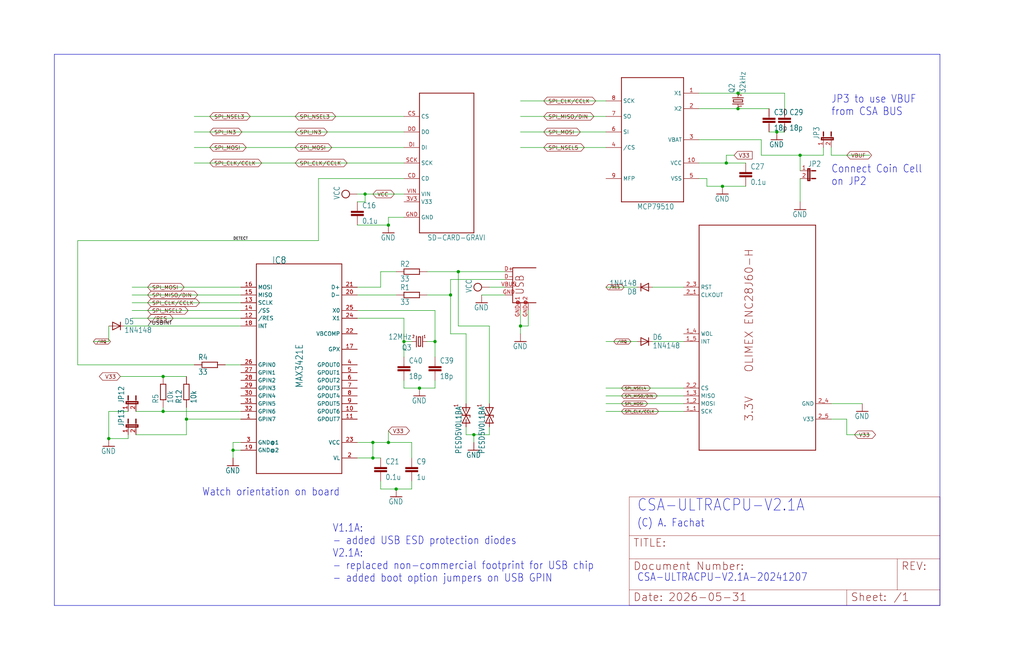
<source format=kicad_sch>
(kicad_sch (version 20231120) (generator "eeschema") (generator_version "8.0")
  (paper "User" 334.823 218.592)
  (lib_symbols
    (symbol "csa_ultracpu-eagle-import:C-EUC0603"
      (property "Reference" "C" (at 1.524 0.381 0))
      (symbol "C-EUC0603_1_0"
        (rectangle (start -2.032 -2.032) (end 2.032 -1.524) (fill (type outline)))
        (rectangle (start -2.032 -1.016) (end 2.032 -0.508) (fill (type outline)))
        (polyline (pts (xy 0 -2.54) (xy 0 -2.032)) (stroke (width 0.1524)))
        (polyline (pts (xy 0 0) (xy 0 -0.508)) (stroke (width 0.1524)))
        (pin passive line (at 0 2.54 270) (length 2.54) (name "1") (number "1"))
        (pin passive line (at 0 -5.08 90) (length 2.54) (name "2") (number "2"))
      )
    )
    (symbol "csa_ultracpu-eagle-import:CRYSTALHC49S"
      (property "Reference" "Q" (at 2.54 1.016 0))
      (symbol "CRYSTALHC49S_1_0"
        (polyline (pts (xy -2.54 0) (xy -1.016 0)) (stroke (width 0.1524)))
        (polyline (pts (xy -1.016 1.778) (xy -1.016 -1.778)) (stroke (width 0.254)))
        (polyline (pts (xy -0.381 -1.524) (xy 0.381 -1.524)) (stroke (width 0.254)))
        (polyline (pts (xy -0.381 1.524) (xy -0.381 -1.524)) (stroke (width 0.254)))
        (polyline (pts (xy 0.381 -1.524) (xy 0.381 1.524)) (stroke (width 0.254)))
        (polyline (pts (xy 0.381 1.524) (xy -0.381 1.524)) (stroke (width 0.254)))
        (polyline (pts (xy 1.016 0) (xy 2.54 0)) (stroke (width 0.1524)))
        (polyline (pts (xy 1.016 1.778) (xy 1.016 -1.778)) (stroke (width 0.254)))
        (text "1" (at -2.159 -1.143 0) (effects (font (size 0.8636 0.734)) (justify left bottom)))
        (text "2" (at 1.524 -1.143 0) (effects (font (size 0.8636 0.734)) (justify left bottom)))
        (pin passive line (at -2.54 0 0) (length 0) (name "1") (number "1"))
        (pin passive line (at 2.54 0 180) (length 0) (name "2") (number "2"))
      )
    )
    (symbol "csa_ultracpu-eagle-import:CRYSTALTC26H"
      (property "Reference" "Q" (at 2.54 1.016 0))
      (symbol "CRYSTALTC26H_1_0"
        (polyline (pts (xy -2.54 0) (xy -1.016 0)) (stroke (width 0.1524)))
        (polyline (pts (xy -1.016 1.778) (xy -1.016 -1.778)) (stroke (width 0.254)))
        (polyline (pts (xy -0.381 -1.524) (xy 0.381 -1.524)) (stroke (width 0.254)))
        (polyline (pts (xy -0.381 1.524) (xy -0.381 -1.524)) (stroke (width 0.254)))
        (polyline (pts (xy 0.381 -1.524) (xy 0.381 1.524)) (stroke (width 0.254)))
        (polyline (pts (xy 0.381 1.524) (xy -0.381 1.524)) (stroke (width 0.254)))
        (polyline (pts (xy 1.016 0) (xy 2.54 0)) (stroke (width 0.1524)))
        (polyline (pts (xy 1.016 1.778) (xy 1.016 -1.778)) (stroke (width 0.254)))
        (text "1" (at -2.159 -1.143 0) (effects (font (size 0.8636 0.734)) (justify left bottom)))
        (text "2" (at 1.524 -1.143 0) (effects (font (size 0.8636 0.734)) (justify left bottom)))
        (pin passive line (at -2.54 0 0) (length 0) (name "1") (number "1"))
        (pin passive line (at 2.54 0 180) (length 0) (name "2") (number "2"))
      )
    )
    (symbol "csa_ultracpu-eagle-import:DIODE-D-5"
      (property "Reference" "D" (at 2.54 0.4826 0))
      (symbol "DIODE-D-5_1_0"
        (polyline (pts (xy -1.27 -1.27) (xy 1.27 0)) (stroke (width 0.254)))
        (polyline (pts (xy -1.27 1.27) (xy -1.27 -1.27)) (stroke (width 0.254)))
        (polyline (pts (xy 1.27 0) (xy -1.27 1.27)) (stroke (width 0.254)))
        (polyline (pts (xy 1.27 0) (xy 1.27 -1.27)) (stroke (width 0.254)))
        (polyline (pts (xy 1.27 1.27) (xy 1.27 0)) (stroke (width 0.254)))
        (pin passive line (at -2.54 0 0) (length 2.54) (name "A") (number "A"))
        (pin passive line (at 2.54 0 180) (length 2.54) (name "C") (number "C"))
      )
    )
    (symbol "csa_ultracpu-eagle-import:DOCFIELD"
      (symbol "DOCFIELD_1_0"
        (polyline (pts (xy 0 0) (xy 0 5.08)) (stroke (width 0.1016)))
        (polyline (pts (xy 0 0) (xy 71.12 0)) (stroke (width 0.1016)))
        (polyline (pts (xy 0 5.08) (xy 0 15.24)) (stroke (width 0.1016)))
        (polyline (pts (xy 0 5.08) (xy 71.12 5.08)) (stroke (width 0.1016)))
        (polyline (pts (xy 0 15.24) (xy 0 22.86)) (stroke (width 0.1016)))
        (polyline (pts (xy 0 22.86) (xy 0 35.56)) (stroke (width 0.1016)))
        (polyline (pts (xy 0 22.86) (xy 101.6 22.86)) (stroke (width 0.1016)))
        (polyline (pts (xy 71.12 0) (xy 101.6 0)) (stroke (width 0.1016)))
        (polyline (pts (xy 71.12 5.08) (xy 71.12 0)) (stroke (width 0.1016)))
        (polyline (pts (xy 71.12 5.08) (xy 87.63 5.08)) (stroke (width 0.1016)))
        (polyline (pts (xy 87.63 5.08) (xy 101.6 5.08)) (stroke (width 0.1016)))
        (polyline (pts (xy 87.63 15.24) (xy 0 15.24)) (stroke (width 0.1016)))
        (polyline (pts (xy 87.63 15.24) (xy 87.63 5.08)) (stroke (width 0.1016)))
        (polyline (pts (xy 101.6 5.08) (xy 101.6 0)) (stroke (width 0.1016)))
        (polyline (pts (xy 101.6 15.24) (xy 87.63 15.24)) (stroke (width 0.1016)))
        (polyline (pts (xy 101.6 15.24) (xy 101.6 5.08)) (stroke (width 0.1016)))
        (polyline (pts (xy 101.6 22.86) (xy 101.6 15.24)) (stroke (width 0.1016)))
        (polyline (pts (xy 101.6 35.56) (xy 0 35.56)) (stroke (width 0.1016)))
        (polyline (pts (xy 101.6 35.56) (xy 101.6 22.86)) (stroke (width 0.1016)))
        (text "${#}/${##}" (at 86.36 1.27 0) (effects (font (size 2.54 2.54)) (justify left bottom)))
        (text "${CURRENT_DATE}" (at 12.7 1.27 0) (effects (font (size 2.54 2.54)) (justify left bottom)))
        (text "${PROJECTNAME}" (at 17.78 19.05 0) (effects (font (size 2.54 2.54)) (justify left bottom)))
        (text "Date:" (at 1.27 1.27 0) (effects (font (size 2.54 2.54)) (justify left bottom)))
        (text "Document Number:" (at 1.27 11.43 0) (effects (font (size 2.54 2.54)) (justify left bottom)))
        (text "REV:" (at 88.9 11.43 0) (effects (font (size 2.54 2.54)) (justify left bottom)))
        (text "Sheet:" (at 72.39 1.27 0) (effects (font (size 2.54 2.54)) (justify left bottom)))
        (text "TITLE:" (at 1.27 19.05 0) (effects (font (size 2.54 2.54)) (justify left bottom)))
      )
    )
    (symbol "csa_ultracpu-eagle-import:ESDBIDIR"
      (symbol "ESDBIDIR_1_0"
        (polyline (pts (xy -3.81 -1.27) (xy -1.27 0)) (stroke (width 0.254)))
        (polyline (pts (xy -3.81 1.27) (xy -3.81 -1.27)) (stroke (width 0.254)))
        (polyline (pts (xy -1.27 -1.27) (xy -1.905 -1.27)) (stroke (width 0.254)))
        (polyline (pts (xy -1.27 0) (xy -3.81 1.27)) (stroke (width 0.254)))
        (polyline (pts (xy -1.27 0) (xy -1.27 -1.27)) (stroke (width 0.254)))
        (polyline (pts (xy -1.27 0) (xy 1.27 1.27)) (stroke (width 0.254)))
        (polyline (pts (xy -1.27 1.27) (xy -1.27 0)) (stroke (width 0.254)))
        (polyline (pts (xy -0.635 1.27) (xy -1.27 1.27)) (stroke (width 0.254)))
        (polyline (pts (xy 1.27 -1.27) (xy -1.27 0)) (stroke (width 0.254)))
        (polyline (pts (xy 1.27 1.27) (xy 1.27 -1.27)) (stroke (width 0.254)))
        (text "1" (at -5.08 -2.54 0) (effects (font (size 1.27 1.0795)) (justify left bottom)))
        (pin passive line (at 2.54 0 180) (length 2.54) (name "2") (number "1"))
        (pin passive line (at -5.08 0 0) (length 2.54) (name "1") (number "2"))
      )
    )
    (symbol "csa_ultracpu-eagle-import:ETHOLIENC"
      (symbol "ETHOLIENC_1_0"
        (polyline (pts (xy -17.78 -35.56) (xy -17.78 38.1)) (stroke (width 0.254)))
        (polyline (pts (xy -17.78 38.1) (xy 20.32 38.1)) (stroke (width 0.254)))
        (polyline (pts (xy 20.32 -35.56) (xy -17.78 -35.56)) (stroke (width 0.254)))
        (polyline (pts (xy 20.32 38.1) (xy 20.32 -35.56)) (stroke (width 0.254)))
        (text "3.3V" (at 2.54 20.32 900) (effects (font (size 2.54 2.54)) (justify left bottom)))
        (text "OLIMEX ENC28J60-H" (at 2.54 -27.94 900) (effects (font (size 2.54 2.54)) (justify left bottom)))
        (pin bidirectional line (at 25.4 25.4 180) (length 5.08) (name "SCK") (number "1_1"))
        (pin bidirectional line (at 25.4 22.86 180) (length 5.08) (name "MOSI") (number "1_2"))
        (pin bidirectional line (at 25.4 20.32 180) (length 5.08) (name "MISO") (number "1_3"))
        (pin bidirectional line (at 25.4 0 180) (length 5.08) (name "WOL") (number "1_4"))
        (pin bidirectional line (at 25.4 2.54 180) (length 5.08) (name "INT") (number "1_5"))
        (pin bidirectional line (at 25.4 -12.7 180) (length 5.08) (name "CLKOUT") (number "2_1"))
        (pin bidirectional line (at 25.4 17.78 180) (length 5.08) (name "CS") (number "2_2"))
        (pin bidirectional line (at 25.4 -15.24 180) (length 5.08) (name "RST") (number "2_3"))
        (pin bidirectional line (at -22.86 22.86 0) (length 5.08) (name "GND") (number "2_4"))
        (pin bidirectional line (at -22.86 27.94 0) (length 5.08) (name "V33") (number "2_5"))
      )
    )
    (symbol "csa_ultracpu-eagle-import:GND" (power)
      (symbol "GND_1_0"
        (polyline (pts (xy -1.905 0) (xy 1.905 0)) (stroke (width 0.254)))
        (pin power_in line (at 0 2.54 270) (length 2.54) (name "GND") (number "1"))
      )
    )
    (symbol "csa_ultracpu-eagle-import:JP1E"
      (property "Reference" "JP" (at -1.27 0 90))
      (symbol "JP1E_1_0"
        (polyline (pts (xy -0.635 0) (xy 3.175 0)) (stroke (width 0.4064)))
        (polyline (pts (xy -0.635 0.635) (xy -0.635 0)) (stroke (width 0.4064)))
        (polyline (pts (xy 0 0) (xy 0 1.27)) (stroke (width 0.1524)))
        (polyline (pts (xy 0 2.54) (xy 0 1.27)) (stroke (width 0.4064)))
        (polyline (pts (xy 2.54 0) (xy 2.54 1.27)) (stroke (width 0.1524)))
        (polyline (pts (xy 2.54 2.54) (xy 2.54 1.27)) (stroke (width 0.4064)))
        (polyline (pts (xy 3.175 0) (xy 3.175 0.635)) (stroke (width 0.4064)))
        (polyline (pts (xy 3.175 0.635) (xy -0.635 0.635)) (stroke (width 0.4064)))
        (pin passive line (at 0 -2.54 90) (length 2.54) (name "1") (number "1"))
        (pin passive line (at 2.54 -2.54 90) (length 2.54) (name "2") (number "2"))
      )
    )
    (symbol "csa_ultracpu-eagle-import:MAX3421E"
      (property "Reference" "IC" (at -15.24 22.86 0))
      (symbol "MAX3421E_1_0"
        (polyline (pts (xy -20.32 -45.72) (xy -20.32 22.86)) (stroke (width 0.254)))
        (polyline (pts (xy -20.32 22.86) (xy 7.62 22.86)) (stroke (width 0.254)))
        (polyline (pts (xy 7.62 -45.72) (xy -20.32 -45.72)) (stroke (width 0.254)))
        (polyline (pts (xy 7.62 22.86) (xy 7.62 -45.72)) (stroke (width 0.254)))
        (pin input line (at -25.4 -27.94 0) (length 5.08) (name "GPIN7") (number "1"))
        (pin output line (at 12.7 -25.4 180) (length 5.08) (name "GPOUT6") (number "10"))
        (pin output line (at 12.7 -27.94 180) (length 5.08) (name "GPOUT7") (number "11"))
        (pin input line (at -25.4 5.08 0) (length 5.08) (name "/RES") (number "12"))
        (pin input line (at -25.4 10.16 0) (length 5.08) (name "SCLK") (number "13"))
        (pin input line (at -25.4 7.62 0) (length 5.08) (name "/SS") (number "14"))
        (pin output line (at -25.4 12.7 0) (length 5.08) (name "MISO") (number "15"))
        (pin input line (at -25.4 15.24 0) (length 5.08) (name "MOSI") (number "16"))
        (pin bidirectional line (at 12.7 -5.08 180) (length 5.08) (name "GPX") (number "17"))
        (pin output line (at -25.4 2.54 0) (length 5.08) (name "INT") (number "18"))
        (pin power_in line (at -25.4 -38.1 0) (length 5.08) (name "GND@2") (number "19"))
        (pin power_in line (at 12.7 -40.64 180) (length 5.08) (name "VL") (number "2"))
        (pin bidirectional line (at 12.7 12.7 180) (length 5.08) (name "D-") (number "20"))
        (pin bidirectional line (at 12.7 15.24 180) (length 5.08) (name "D+") (number "21"))
        (pin bidirectional line (at 12.7 0 180) (length 5.08) (name "VBCOMP") (number "22"))
        (pin power_in line (at 12.7 -35.56 180) (length 5.08) (name "VCC") (number "23"))
        (pin bidirectional line (at 12.7 5.08 180) (length 5.08) (name "X1") (number "24"))
        (pin bidirectional line (at 12.7 7.62 180) (length 5.08) (name "X0") (number "25"))
        (pin input line (at -25.4 -10.16 0) (length 5.08) (name "GPIN0") (number "26"))
        (pin input line (at -25.4 -12.7 0) (length 5.08) (name "GPIN1") (number "27"))
        (pin input line (at -25.4 -15.24 0) (length 5.08) (name "GPIN2") (number "28"))
        (pin input line (at -25.4 -17.78 0) (length 5.08) (name "GPIN3") (number "29"))
        (pin power_in line (at -25.4 -35.56 0) (length 5.08) (name "GND@1") (number "3"))
        (pin input line (at -25.4 -20.32 0) (length 5.08) (name "GPIN4") (number "30"))
        (pin input line (at -25.4 -22.86 0) (length 5.08) (name "GPIN5") (number "31"))
        (pin input line (at -25.4 -25.4 0) (length 5.08) (name "GPIN6") (number "32"))
        (pin output line (at 12.7 -10.16 180) (length 5.08) (name "GPOUT0") (number "4"))
        (pin output line (at 12.7 -12.7 180) (length 5.08) (name "GPOUT1") (number "5"))
        (pin output line (at 12.7 -15.24 180) (length 5.08) (name "GPOUT2") (number "6"))
        (pin output line (at 12.7 -17.78 180) (length 5.08) (name "GPOUT3") (number "7"))
        (pin output line (at 12.7 -20.32 180) (length 5.08) (name "GPOUT4") (number "8"))
        (pin output line (at 12.7 -22.86 180) (length 5.08) (name "GPOUT5") (number "9"))
      )
    )
    (symbol "csa_ultracpu-eagle-import:MCP79510"
      (symbol "MCP79510_1_0"
        (polyline (pts (xy -10.16 -22.86) (xy -10.16 17.78)) (stroke (width 0.254)))
        (polyline (pts (xy -10.16 17.78) (xy 10.16 17.78)) (stroke (width 0.254)))
        (polyline (pts (xy 10.16 -22.86) (xy -10.16 -22.86)) (stroke (width 0.254)))
        (polyline (pts (xy 10.16 17.78) (xy 10.16 -22.86)) (stroke (width 0.254)))
        (pin bidirectional line (at 15.24 12.7 180) (length 5.08) (name "X1") (number "1"))
        (pin bidirectional line (at 15.24 -10.16 180) (length 5.08) (name "VCC") (number "10"))
        (pin bidirectional line (at 15.24 7.62 180) (length 5.08) (name "X2") (number "2"))
        (pin bidirectional line (at 15.24 -2.54 180) (length 5.08) (name "VBAT") (number "3"))
        (pin bidirectional line (at -15.24 -5.08 0) (length 5.08) (name "/CS") (number "4"))
        (pin bidirectional line (at 15.24 -15.24 180) (length 5.08) (name "VSS") (number "5"))
        (pin bidirectional line (at -15.24 0 0) (length 5.08) (name "SI") (number "6"))
        (pin bidirectional line (at -15.24 5.08 0) (length 5.08) (name "SO") (number "7"))
        (pin bidirectional line (at -15.24 10.16 0) (length 5.08) (name "SCK") (number "8"))
        (pin bidirectional line (at -15.24 -15.24 0) (length 5.08) (name "MFP") (number "9"))
      )
    )
    (symbol "csa_ultracpu-eagle-import:R-EU_0204/7"
      (property "Reference" "R" (at -3.81 1.4986 0))
      (symbol "R-EU_0204/7_1_0"
        (polyline (pts (xy -2.54 -0.889) (xy -2.54 0.889)) (stroke (width 0.254)))
        (polyline (pts (xy -2.54 -0.889) (xy 2.54 -0.889)) (stroke (width 0.254)))
        (polyline (pts (xy 2.54 -0.889) (xy 2.54 0.889)) (stroke (width 0.254)))
        (polyline (pts (xy 2.54 0.889) (xy -2.54 0.889)) (stroke (width 0.254)))
        (pin passive line (at -5.08 0 0) (length 2.54) (name "1") (number "1"))
        (pin passive line (at 5.08 0 180) (length 2.54) (name "2") (number "2"))
      )
    )
    (symbol "csa_ultracpu-eagle-import:SD-CARD-GRAVI"
      (symbol "SD-CARD-GRAVI_1_0"
        (polyline (pts (xy -7.62 -22.86) (xy -7.62 22.86)) (stroke (width 0.254)))
        (polyline (pts (xy -7.62 22.86) (xy 10.16 22.86)) (stroke (width 0.254)))
        (polyline (pts (xy 10.16 -22.86) (xy -7.62 -22.86)) (stroke (width 0.254)))
        (polyline (pts (xy 10.16 22.86) (xy 10.16 -22.86)) (stroke (width 0.254)))
        (pin power_in line (at -12.7 -12.7 0) (length 5.08) (name "V33") (number "3V3"))
        (pin input line (at -12.7 -5.08 0) (length 5.08) (name "CD") (number "CD"))
        (pin bidirectional line (at -12.7 15.24 0) (length 5.08) (name "CS") (number "CS"))
        (pin input line (at -12.7 5.08 0) (length 5.08) (name "DI") (number "DI"))
        (pin bidirectional line (at -12.7 10.16 0) (length 5.08) (name "DO") (number "DO"))
        (pin power_in line (at -12.7 -17.78 0) (length 5.08) (name "GND") (number "GND"))
        (pin input line (at -12.7 0 0) (length 5.08) (name "SCK") (number "SCK"))
        (pin power_in line (at -12.7 -10.16 0) (length 5.08) (name "VIN") (number "VIN"))
      )
    )
    (symbol "csa_ultracpu-eagle-import:USB-A-H"
      (symbol "USB-A-H_1_0"
        (polyline (pts (xy 0 -2.54) (xy 7.62 -2.54)) (stroke (width 0.254)))
        (polyline (pts (xy 0 8.89) (xy 0 -2.54)) (stroke (width 0.254)))
        (polyline (pts (xy 7.62 8.89) (xy 0 8.89)) (stroke (width 0.254)))
        (text "USB" (at 3.81 0 900) (effects (font (size 2.54 2.159)) (justify left bottom)))
        (pin bidirectional line (at -2.54 7.62 0) (length 2.54) (name "D+") (number "D+"))
        (pin bidirectional line (at -2.54 5.08 0) (length 2.54) (name "D-") (number "D-"))
        (pin bidirectional line (at -2.54 0 0) (length 2.54) (name "GND") (number "GND"))
        (pin bidirectional line (at 2.54 -5.08 90) (length 2.54) (name "GND@1") (number "GND@1"))
        (pin bidirectional line (at 5.08 -5.08 90) (length 2.54) (name "GND@2") (number "GND@2"))
        (pin bidirectional line (at -2.54 2.54 0) (length 2.54) (name "VBUS") (number "VBUS"))
      )
    )
    (symbol "csa_ultracpu-eagle-import:VCC" (power)
      (symbol "VCC_1_0"
        (circle (center 0 1.27) (radius 1.27) (stroke (width 0.254)))
        (pin power_in line (at 0 -2.54 90) (length 2.54) (name "VCC") (number "1"))
      )
    )
  )
  (junction (at 241.3 35.56))
  (junction (at 127 73.66))
  (junction (at 119.38 63.5))
  (junction (at 53.34 123.19))
  (junction (at 261.62 50.8))
  (junction (at 121.92 144.78))
  (junction (at 254 43.18))
  (junction (at 127 144.78))
  (junction (at 76.2 147.32))
  (junction (at 241.3 30.48))
  (junction (at 137.16 127))
  (junction (at 170.18 106.68))
  (junction (at 60.96 137.16))
  (junction (at 53.34 134.62))
  (junction (at 121.92 149.86))
  (junction (at 132.08 111.76))
  (junction (at 129.54 160.02))
  (junction (at 236.22 60.96))
  (junction (at 154.94 142.24))
  (junction (at 142.24 111.76))
  (junction (at 147.32 96.52))
  (junction (at 149.86 88.9))
  (junction (at 237.49 53.34))
  (junction (at 35.56 143.51))
  (wire (pts (xy 78.74 99.06) (xy 43.18 99.06)) (stroke (width 0.1524)))
  (wire (pts (xy 223.52 93.98) (xy 213.36 93.98)) (stroke (width 0.1524)))
  (wire (pts (xy 223.52 127) (xy 198.12 127)) (stroke (width 0.1524)))
  (wire (pts (xy 228.6 30.48) (xy 241.3 30.48)) (stroke (width 0.1524)))
  (wire (pts (xy 160.02 142.24) (xy 160.02 139.7)) (stroke (width 0.1524)))
  (wire (pts (xy 41.91 143.51) (xy 41.91 142.24)))
  (wire (pts (xy 116.84 96.52) (xy 129.54 96.52)) (stroke (width 0.1524)))
  (wire (pts (xy 127 144.78) (xy 134.62 144.78)) (stroke (width 0.1524)))
  (wire (pts (xy 261.62 55.88) (xy 261.62 50.8)) (stroke (width 0.1524)))
  (wire (pts (xy 124.46 88.9) (xy 129.54 88.9)) (stroke (width 0.1524)))
  (wire (pts (xy 116.84 144.78) (xy 121.92 144.78)) (stroke (width 0.1524)))
  (wire (pts (xy 137.16 127) (xy 142.24 127)) (stroke (width 0.1524)))
  (wire (pts (xy 223.52 134.62) (xy 198.12 134.62)) (stroke (width 0.1524)))
  (wire (pts (xy 236.22 60.96) (xy 243.84 60.96)) (stroke (width 0.1524)))
  (wire (pts (xy 35.56 134.62) (xy 35.56 143.51)))
  (polyline (pts (xy 17.78 17.78) (xy 17.78 198.12)) (stroke (width 0.1524) (type solid)))
  (wire (pts (xy 121.92 149.86) (xy 121.92 144.78)) (stroke (width 0.1524)))
  (wire (pts (xy 237.49 50.8) (xy 237.49 53.34)))
  (wire (pts (xy 228.6 53.34) (xy 237.49 53.34)) (stroke (width 0.1524)))
  (wire (pts (xy 256.54 30.48) (xy 256.54 35.56)) (stroke (width 0.1524)))
  (wire (pts (xy 170.18 109.22) (xy 170.18 106.68)) (stroke (width 0.1524)))
  (wire (pts (xy 78.74 96.52) (xy 43.18 96.52)) (stroke (width 0.1524)))
  (wire (pts (xy 41.91 134.62) (xy 35.56 134.62)))
  (wire (pts (xy 132.08 63.5) (xy 119.38 63.5)) (stroke (width 0.1524)))
  (wire (pts (xy 198.12 33.02) (xy 170.18 33.02)) (stroke (width 0.1524)))
  (wire (pts (xy 63.5 119.38) (xy 25.4 119.38)) (stroke (width 0.1524)))
  (wire (pts (xy 271.78 132.08) (xy 281.94 132.08)) (stroke (width 0.1524)))
  (wire (pts (xy 53.34 134.62) (xy 78.74 134.62)))
  (wire (pts (xy 142.24 127) (xy 142.24 124.46)) (stroke (width 0.1524)))
  (wire (pts (xy 208.28 111.76) (xy 198.12 111.76)) (stroke (width 0.1524)))
  (polyline (pts (xy 307.34 198.12) (xy 307.34 17.78)) (stroke (width 0.1524) (type solid)))
  (wire (pts (xy 127 73.66) (xy 116.84 73.66)) (stroke (width 0.1524)))
  (wire (pts (xy 39.37 123.19) (xy 53.34 123.19)))
  (wire (pts (xy 231.14 60.96) (xy 236.22 60.96)) (stroke (width 0.1524)))
  (wire (pts (xy 254 43.18) (xy 256.54 43.18)) (stroke (width 0.1524)))
  (wire (pts (xy 116.84 104.14) (xy 132.08 104.14)) (stroke (width 0.1524)))
  (wire (pts (xy 134.62 144.78) (xy 134.62 149.86)) (stroke (width 0.1524)))
  (wire (pts (xy 132.08 43.18) (xy 63.5 43.18)) (stroke (width 0.1524)))
  (wire (pts (xy 132.08 38.1) (xy 63.5 38.1)) (stroke (width 0.1524)))
  (wire (pts (xy 170.18 106.68) (xy 170.18 101.6)) (stroke (width 0.1524)))
  (wire (pts (xy 35.56 111.76) (xy 30.48 111.76)) (stroke (width 0.1524)))
  (wire (pts (xy 142.24 111.76) (xy 142.24 116.84)) (stroke (width 0.1524)))
  (wire (pts (xy 154.94 142.24) (xy 160.02 142.24)) (stroke (width 0.1524)))
  (wire (pts (xy 152.4 142.24) (xy 152.4 139.7)) (stroke (width 0.1524)))
  (wire (pts (xy 228.6 45.72) (xy 248.92 45.72)) (stroke (width 0.1524)))
  (wire (pts (xy 60.96 137.16) (xy 78.74 137.16)))
  (wire (pts (xy 160.02 132.08) (xy 160.02 106.68)) (stroke (width 0.1524)))
  (wire (pts (xy 44.45 142.24) (xy 60.96 142.24)))
  (wire (pts (xy 172.72 106.68) (xy 170.18 106.68)) (stroke (width 0.1524)))
  (wire (pts (xy 271.78 137.16) (xy 276.86 137.16)) (stroke (width 0.1524)))
  (wire (pts (xy 284.48 50.8) (xy 271.78 50.8)) (stroke (width 0.1524)))
  (wire (pts (xy 261.62 66.04) (xy 261.62 58.42)) (stroke (width 0.1524)))
  (wire (pts (xy 53.34 134.62) (xy 53.34 133.35)))
  (wire (pts (xy 124.46 93.98) (xy 124.46 88.9)) (stroke (width 0.1524)))
  (polyline (pts (xy 17.78 198.12) (xy 307.34 198.12)) (stroke (width 0.1524) (type solid)))
  (wire (pts (xy 149.86 106.68) (xy 149.86 88.9)) (stroke (width 0.1524)))
  (polyline (pts (xy 307.34 17.78) (xy 17.78 17.78)) (stroke (width 0.1524) (type solid)))
  (wire (pts (xy 25.4 78.74) (xy 104.14 78.74)) (stroke (width 0.1524)))
  (wire (pts (xy 240.03 50.8) (xy 237.49 50.8)))
  (wire (pts (xy 251.46 43.18) (xy 254 43.18)) (stroke (width 0.1524)))
  (wire (pts (xy 152.4 132.08) (xy 152.4 109.22)) (stroke (width 0.1524)))
  (wire (pts (xy 78.74 106.68) (xy 40.64 106.68)) (stroke (width 0.1524)))
  (wire (pts (xy 60.96 137.16) (xy 60.96 133.35)))
  (wire (pts (xy 121.92 144.78) (xy 127 144.78)) (stroke (width 0.1524)))
  (wire (pts (xy 276.86 142.24) (xy 284.48 142.24)) (stroke (width 0.1524)))
  (wire (pts (xy 60.96 142.24) (xy 60.96 137.16)))
  (wire (pts (xy 124.46 157.48) (xy 124.46 160.02)) (stroke (width 0.1524)))
  (wire (pts (xy 127 140.97) (xy 127 144.78)) (stroke (width 0.1524)))
  (wire (pts (xy 124.46 160.02) (xy 129.54 160.02)) (stroke (width 0.1524)))
  (wire (pts (xy 223.52 129.54) (xy 198.12 129.54)) (stroke (width 0.1524)))
  (wire (pts (xy 104.14 58.42) (xy 104.14 78.74)) (stroke (width 0.1524)))
  (wire (pts (xy 198.12 48.26) (xy 170.18 48.26)) (stroke (width 0.1524)))
  (wire (pts (xy 160.02 93.98) (xy 165.1 93.98)) (stroke (width 0.1524)))
  (wire (pts (xy 165.1 96.52) (xy 157.48 96.52)) (stroke (width 0.1524)))
  (wire (pts (xy 208.28 93.98) (xy 198.12 93.98)) (stroke (width 0.1524)))
  (wire (pts (xy 154.94 142.24) (xy 152.4 142.24)) (stroke (width 0.1524)))
  (wire (pts (xy 132.08 111.76) (xy 132.08 104.14)) (stroke (width 0.1524)))
  (wire (pts (xy 132.08 124.46) (xy 132.08 127)) (stroke (width 0.1524)))
  (wire (pts (xy 35.56 143.51) (xy 41.91 143.51)))
  (wire (pts (xy 271.78 48.26) (xy 271.78 50.8)) (stroke (width 0.1524)))
  (wire (pts (xy 241.3 35.56) (xy 251.46 35.56)) (stroke (width 0.1524)))
  (wire (pts (xy 248.92 45.72) (xy 248.92 50.8)) (stroke (width 0.1524)))
  (wire (pts (xy 78.74 101.6) (xy 43.18 101.6)) (stroke (width 0.1524)))
  (wire (pts (xy 119.38 66.04) (xy 119.38 63.5)) (stroke (width 0.1524)))
  (wire (pts (xy 228.6 35.56) (xy 241.3 35.56)) (stroke (width 0.1524)))
  (wire (pts (xy 198.12 38.1) (xy 170.18 38.1)) (stroke (width 0.1524)))
  (wire (pts (xy 25.4 119.38) (xy 25.4 78.74)) (stroke (width 0.1524)))
  (wire (pts (xy 139.7 88.9) (xy 149.86 88.9)) (stroke (width 0.1524)))
  (wire (pts (xy 198.12 43.18) (xy 170.18 43.18)) (stroke (width 0.1524)))
  (wire (pts (xy 147.32 96.52) (xy 147.32 91.44)) (stroke (width 0.1524)))
  (wire (pts (xy 237.49 53.34) (xy 243.84 53.34)) (stroke (width 0.1524)))
  (wire (pts (xy 147.32 91.44) (xy 165.1 91.44)) (stroke (width 0.1524)))
  (wire (pts (xy 76.2 144.78) (xy 76.2 147.32)) (stroke (width 0.1524)))
  (wire (pts (xy 139.7 96.52) (xy 147.32 96.52)) (stroke (width 0.1524)))
  (wire (pts (xy 127 71.12) (xy 127 73.66)) (stroke (width 0.1524)))
  (wire (pts (xy 276.86 137.16) (xy 276.86 142.24)) (stroke (width 0.1524)))
  (wire (pts (xy 76.2 147.32) (xy 76.2 149.86)) (stroke (width 0.1524)))
  (wire (pts (xy 154.94 144.78) (xy 154.94 142.24)) (stroke (width 0.1524)))
  (wire (pts (xy 132.08 127) (xy 137.16 127)) (stroke (width 0.1524)))
  (wire (pts (xy 172.72 101.6) (xy 172.72 106.68)) (stroke (width 0.1524)))
  (wire (pts (xy 241.3 30.48) (xy 256.54 30.48)) (stroke (width 0.1524)))
  (wire (pts (xy 121.92 149.86) (xy 124.46 149.86)) (stroke (width 0.1524)))
  (wire (pts (xy 119.38 63.5) (xy 116.84 63.5)) (stroke (width 0.1524)))
  (wire (pts (xy 116.84 93.98) (xy 124.46 93.98)) (stroke (width 0.1524)))
  (wire (pts (xy 78.74 93.98) (xy 43.18 93.98)) (stroke (width 0.1524)))
  (wire (pts (xy 44.45 134.62) (xy 53.34 134.62)))
  (wire (pts (xy 269.24 50.8) (xy 269.24 48.26)) (stroke (width 0.1524)))
  (wire (pts (xy 149.86 88.9) (xy 165.1 88.9)) (stroke (width 0.1524)))
  (wire (pts (xy 132.08 48.26) (xy 63.5 48.26)) (stroke (width 0.1524)))
  (wire (pts (xy 152.4 109.22) (xy 147.32 109.22)) (stroke (width 0.1524)))
  (wire (pts (xy 116.84 66.04) (xy 119.38 66.04)) (stroke (width 0.1524)))
  (wire (pts (xy 134.62 111.76) (xy 132.08 111.76)) (stroke (width 0.1524)))
  (wire (pts (xy 223.52 132.08) (xy 198.12 132.08)) (stroke (width 0.1524)))
  (wire (pts (xy 78.74 144.78) (xy 76.2 144.78)) (stroke (width 0.1524)))
  (wire (pts (xy 160.02 106.68) (xy 149.86 106.68)) (stroke (width 0.1524)))
  (wire (pts (xy 134.62 160.02) (xy 134.62 157.48)) (stroke (width 0.1524)))
  (wire (pts (xy 78.74 147.32) (xy 76.2 147.32)) (stroke (width 0.1524)))
  (wire (pts (xy 223.52 111.76) (xy 213.36 111.76)) (stroke (width 0.1524)))
  (wire (pts (xy 261.62 50.8) (xy 269.24 50.8)) (stroke (width 0.1524)))
  (wire (pts (xy 132.08 53.34) (xy 63.5 53.34)) (stroke (width 0.1524)))
  (wire (pts (xy 116.84 149.86) (xy 121.92 149.86)) (stroke (width 0.1524)))
  (wire (pts (xy 53.34 123.19) (xy 60.96 123.19)))
  (wire (pts (xy 116.84 101.6) (xy 142.24 101.6)) (stroke (width 0.1524)))
  (wire (pts (xy 78.74 119.38) (xy 73.66 119.38)) (stroke (width 0.1524)))
  (wire (pts (xy 132.08 111.76) (xy 132.08 116.84)) (stroke (width 0.1524)))
  (wire (pts (xy 228.6 58.42) (xy 231.14 58.42)) (stroke (width 0.1524)))
  (wire (pts (xy 231.14 58.42) (xy 231.14 60.96)) (stroke (width 0.1524)))
  (wire (pts (xy 78.74 104.14) (xy 43.18 104.14)) (stroke (width 0.1524)))
  (wire (pts (xy 129.54 160.02) (xy 134.62 160.02)) (stroke (width 0.1524)))
  (wire (pts (xy 132.08 71.12) (xy 127 71.12)) (stroke (width 0.1524)))
  (wire (pts (xy 35.56 111.76) (xy 35.56 106.68)) (stroke (width 0.1524)))
  (wire (pts (xy 142.24 101.6) (xy 142.24 111.76)) (stroke (width 0.1524)))
  (wire (pts (xy 139.7 111.76) (xy 142.24 111.76)) (stroke (width 0.1524)))
  (wire (pts (xy 147.32 109.22) (xy 147.32 96.52)) (stroke (width 0.1524)))
  (wire (pts (xy 132.08 58.42) (xy 104.14 58.42)) (stroke (width 0.1524)))
  (wire (pts (xy 248.92 50.8) (xy 261.62 50.8)) (stroke (width 0.1524)))
  (text "CSA-ULTRACPU-V2.1A" (at 208.28 167.64 0) (effects (font (size 3.81 3.2385)) (justify left bottom)))
  (text "V1.1A:\n- added USB ESD protection diodes\nV2.1A:\n- replaced non-commercial footprint for USB chip\n- added boot option jumpers on USB GPIN" (at 108.712 190.754 0) (effects (font (size 2.54 2.159)) (justify left bottom)))
  (text "CSA-ULTRACPU-V2.1A-20241207" (at 208.28 190.5 0) (effects (font (size 2.54 2.159)) (justify left bottom)))
  (text "(C) A. Fachat" (at 208.28 172.72 0) (effects (font (size 2.54 2.159)) (justify left bottom)))
  (text "Connect Coin Cell\non JP2" (at 271.78 60.96 0) (effects (font (size 2.54 2.159)) (justify left bottom)))
  (text "Watch orientation on board~{}" (at 66.04 162.56 0) (effects (font (size 2.54 2.159)) (justify left bottom)))
  (text "JP3 to use VBUF\nfrom CSA BUS" (at 271.78 38.1 0) (effects (font (size 2.54 2.159)) (justify left bottom)))
  (label "/USBINT" (at 48.26 106.68 0) (effects (font (size 1.2446 1.2446))))
  (label "DETECT" (at 76.2 78.74 0) (effects (font (size 0.889 0.889))))
  (global_label "SPI_MOSI" (shape bidirectional) (at 177.8 43.18 0) (effects (font (size 1.2446 1.2446))) (property "Intersheetrefs" "${INTERSHEET_REFS}" (effects (hide yes))))
  (global_label "SPI_NSEL5" (shape bidirectional) (at 177.8 48.26 0) (effects (font (size 1.2446 1.2446))) (property "Intersheetrefs" "${INTERSHEET_REFS}" (effects (hide yes))))
  (global_label "V33" (shape input) (at 240.03 50.8 0) (property "Intersheetrefs" "${INTERSHEET_REFS}" (effects (hide yes))))
  (global_label "VBUF" (shape bidirectional) (at 276.86 50.8 0) (effects (font (size 1.2446 1.2446))) (property "Intersheetrefs" "${INTERSHEET_REFS}" (effects (hide yes))))
  (global_label "SPI_CLK/CCLK" (shape bidirectional) (at 48.26 99.06 0) (effects (font (size 1.2446 1.2446))) (property "Intersheetrefs" "${INTERSHEET_REFS}" (effects (hide yes))))
  (global_label "SPI_MISO/DIN" (shape bidirectional) (at 177.8 38.1 0) (effects (font (size 1.2446 1.2446))) (property "Intersheetrefs" "${INTERSHEET_REFS}" (effects (hide yes))))
  (global_label "SPI_MOSI" (shape bidirectional) (at 48.26 93.98 0) (effects (font (size 1.2446 1.2446))) (property "Intersheetrefs" "${INTERSHEET_REFS}" (effects (hide yes))))
  (global_label "SPI_MISO/DIN" (shape bidirectional) (at 203.2 129.54 0) (effects (font (size 0.889 0.889))) (property "Intersheetrefs" "${INTERSHEET_REFS}" (effects (hide yes))))
  (global_label "SPI_CLK/CCLK" (shape bidirectional) (at 177.8 33.02 0) (effects (font (size 1.2446 1.2446))) (property "Intersheetrefs" "${INTERSHEET_REFS}" (effects (hide yes))))
  (global_label "V33" (shape bidirectional) (at 279.4 142.24 0) (effects (font (size 1.2446 1.2446))) (property "Intersheetrefs" "${INTERSHEET_REFS}" (effects (hide yes))))
  (global_label "V33" (shape bidirectional) (at 39.37 123.19 180) (effects (font (size 1.2446 1.2446))) (property "Intersheetrefs" "${INTERSHEET_REFS}" (effects (hide yes))))
  (global_label "/IRQ" (shape bidirectional) (at 30.48 111.76 0) (effects (font (size 0.889 0.889))) (property "Intersheetrefs" "${INTERSHEET_REFS}" (effects (hide yes))))
  (global_label "/RES" (shape bidirectional) (at 198.12 93.98 0) (effects (font (size 0.889 0.889))) (property "Intersheetrefs" "${INTERSHEET_REFS}" (effects (hide yes))))
  (global_label "SPI_CLK/CCLK" (shape bidirectional) (at 68.58 53.34 0) (effects (font (size 1.2446 1.2446))) (property "Intersheetrefs" "${INTERSHEET_REFS}" (effects (hide yes))))
  (global_label "SPI_MOSI" (shape bidirectional) (at 68.58 48.26 0) (effects (font (size 1.2446 1.2446))) (property "Intersheetrefs" "${INTERSHEET_REFS}" (effects (hide yes))))
  (global_label "VCC" (shape bidirectional) (at 121.92 63.5 0) (effects (font (size 1.2446 1.2446))) (property "Intersheetrefs" "${INTERSHEET_REFS}" (effects (hide yes))))
  (global_label "SPI_NSEL3" (shape bidirectional) (at 96.52 38.1 0) (effects (font (size 1.2446 1.2446))) (property "Intersheetrefs" "${INTERSHEET_REFS}" (effects (hide yes))))
  (global_label "SPI_NSEL4" (shape bidirectional) (at 203.2 127 0) (effects (font (size 0.889 0.889))) (property "Intersheetrefs" "${INTERSHEET_REFS}" (effects (hide yes))))
  (global_label "SPI_NSEL3" (shape bidirectional) (at 68.58 38.1 0) (effects (font (size 1.2446 1.2446))) (property "Intersheetrefs" "${INTERSHEET_REFS}" (effects (hide yes))))
  (global_label "SPI_IN3" (shape bidirectional) (at 96.52 43.18 0) (effects (font (size 1.2446 1.2446))) (property "Intersheetrefs" "${INTERSHEET_REFS}" (effects (hide yes))))
  (global_label "SPI_MOSI" (shape bidirectional) (at 96.52 48.26 0) (effects (font (size 1.2446 1.2446))) (property "Intersheetrefs" "${INTERSHEET_REFS}" (effects (hide yes))))
  (global_label "/IRQ" (shape bidirectional) (at 200.66 111.76 0) (effects (font (size 0.889 0.889))) (property "Intersheetrefs" "${INTERSHEET_REFS}" (effects (hide yes))))
  (global_label "SPI_IN3" (shape bidirectional) (at 68.58 43.18 0) (effects (font (size 1.2446 1.2446))) (property "Intersheetrefs" "${INTERSHEET_REFS}" (effects (hide yes))))
  (global_label "SPI_NSEL2" (shape bidirectional) (at 48.26 101.6 0) (effects (font (size 1.2446 1.2446))) (property "Intersheetrefs" "${INTERSHEET_REFS}" (effects (hide yes))))
  (global_label "SPI_MOSI" (shape bidirectional) (at 203.2 132.08 0) (effects (font (size 0.889 0.889))) (property "Intersheetrefs" "${INTERSHEET_REFS}" (effects (hide yes))))
  (global_label "SPI_CLK/CCLK" (shape bidirectional) (at 203.2 134.62 0) (effects (font (size 0.889 0.889))) (property "Intersheetrefs" "${INTERSHEET_REFS}" (effects (hide yes))))
  (global_label "SPI_CLK/CCLK" (shape bidirectional) (at 96.52 53.34 0) (effects (font (size 1.2446 1.2446))) (property "Intersheetrefs" "${INTERSHEET_REFS}" (effects (hide yes))))
  (global_label "SPI_MISO/DIN" (shape bidirectional) (at 48.26 96.52 0) (effects (font (size 1.2446 1.2446))) (property "Intersheetrefs" "${INTERSHEET_REFS}" (effects (hide yes))))
  (global_label "V33" (shape bidirectional) (at 127 140.97 0) (effects (font (size 1.2446 1.2446))) (property "Intersheetrefs" "${INTERSHEET_REFS}" (effects (hide yes))))
  (global_label "/RES" (shape bidirectional) (at 48.26 104.14 0) (effects (font (size 1.2446 1.2446))) (property "Intersheetrefs" "${INTERSHEET_REFS}" (effects (hide yes))))
  (symbol (lib_id "csa_ultracpu-eagle-import:MCP79510") (at 213.36 43.18 0) (unit 1)
    (property "Reference" "U$13" (effects (hide yes)))
    (property "Value" "MCP79510" (at 208.28 68.58 0) (effects (font (size 1.778 1.5113)) (justify left bottom)))
    (property "Footprint" "csa_ultracpu:MSOP10" (effects (hide yes)))
  )
  (symbol (lib_id "csa_ultracpu-eagle-import:C-EUC0603") (at 142.24 119.38 0) (unit 1)
    (property "Reference" "C39" (at 143.764 118.999 0) (effects (font (size 1.778 1.5113)) (justify left bottom)))
    (property "Value" "18p" (at 143.764 124.079 0) (effects (font (size 1.778 1.5113)) (justify left bottom)))
    (property "Footprint" "csa_ultracpu:C0603" (effects (hide yes)))
  )
  (symbol (lib_id "csa_ultracpu-eagle-import:C-EUC0603") (at 256.54 38.1 0) (unit 1)
    (property "Reference" "C29" (at 258.064 37.719 0) (effects (font (size 1.778 1.5113)) (justify left bottom)))
    (property "Value" "18p" (at 258.064 42.799 0) (effects (font (size 1.778 1.5113)) (justify left bottom)))
    (property "Footprint" "csa_ultracpu:C0603" (effects (hide yes)))
  )
  (symbol (lib_id "csa_ultracpu-eagle-import:R-EU_0204/7") (at 134.62 88.9 0) (unit 1)
    (property "Reference" "R2" (at 130.81 87.4014 0) (effects (font (size 1.778 1.5113)) (justify left bottom)))
    (property "Value" "33" (at 130.81 92.202 0) (effects (font (size 1.778 1.5113)) (justify left bottom)))
    (property "Footprint" "Resistor_SMD:R_0805_2012Metric_Pad1.20x1.40mm_HandSolder" (effects (hide yes)))
  )
  (symbol (lib_id "csa_ultracpu-eagle-import:C-EUC0603") (at 243.84 55.88 0) (unit 1)
    (property "Reference" "C27" (at 245.364 55.499 0) (effects (font (size 1.778 1.5113)) (justify left bottom)))
    (property "Value" "0.1u" (at 245.364 60.579 0) (effects (font (size 1.778 1.5113)) (justify left bottom)))
    (property "Footprint" "csa_ultracpu:C0603" (effects (hide yes)))
  )
  (symbol (lib_id "csa_ultracpu-eagle-import:GND") (at 254 45.72 0) (unit 1)
    (property "Reference" "#GND044" (effects (hide yes)))
    (property "Value" "GND" (at 251.46 48.26 0) (effects (font (size 1.778 1.5113)) (justify left bottom)))
  )
  (symbol (lib_id "csa_ultracpu-eagle-import:SD-CARD-GRAVI") (at 144.78 53.34 0) (unit 1)
    (property "Reference" "U$12" (effects (hide yes)))
    (property "Value" "SD-CARD-GRAVI" (at 139.7 78.74 0) (effects (font (size 1.778 1.5113)) (justify left bottom)))
    (property "Footprint" "csa_ultracpu:GRAVITECH-SDCARD" (effects (hide yes)))
  )
  (symbol (lib_id "csa_ultracpu-eagle-import:C-EUC0603") (at 132.08 119.38 0) (unit 1)
    (property "Reference" "C40" (at 133.604 118.999 0) (effects (font (size 1.778 1.5113)) (justify left bottom)))
    (property "Value" "18p" (at 133.604 124.079 0) (effects (font (size 1.778 1.5113)) (justify left bottom)))
    (property "Footprint" "csa_ultracpu:C0603" (effects (hide yes)))
  )
  (symbol (lib_id "csa_ultracpu-eagle-import:JP1E") (at 41.91 132.08 0) (unit 1)
    (property "Reference" "JP12" (at 40.64 132.08 90) (effects (font (size 1.778 1.5113)) (justify left bottom)))
    (property "Value" "JP1E" (effects (hide yes)))
    (property "Footprint" "csa_ultracpu:JP1" (effects (hide yes)))
  )
  (symbol (lib_id "csa_ultracpu-eagle-import:C-EUC0603") (at 134.62 152.4 0) (unit 1)
    (property "Reference" "C9" (at 136.144 152.019 0) (effects (font (size 1.778 1.5113)) (justify left bottom)))
    (property "Value" "1u" (at 136.144 157.099 0) (effects (font (size 1.778 1.5113)) (justify left bottom)))
    (property "Footprint" "csa_ultracpu:C0603" (effects (hide yes)))
  )
  (symbol (lib_id "csa_ultracpu-eagle-import:JP1E") (at 269.24 45.72 0) (unit 1)
    (property "Reference" "JP3" (at 267.97 45.72 90) (effects (font (size 1.778 1.5113)) (justify left bottom)))
    (property "Value" "JP1E" (effects (hide yes)))
    (property "Footprint" "csa_ultracpu:JP1" (effects (hide yes)))
  )
  (symbol (lib_id "csa_ultracpu-eagle-import:GND") (at 137.16 129.54 0) (unit 1)
    (property "Reference" "#GND023" (effects (hide yes)))
    (property "Value" "GND" (at 134.62 132.08 0) (effects (font (size 1.778 1.5113)) (justify left bottom)))
  )
  (symbol (lib_id "csa_ultracpu-eagle-import:USB-A-H") (at 167.64 96.52 0) (unit 1)
    (property "Reference" "USB1" (effects (hide yes)))
    (property "Value" "USB-A-H" (effects (hide yes)))
    (property "Footprint" "csa_ultracpu:USB-A-H" (effects (hide yes)))
  )
  (symbol (lib_id "csa_ultracpu-eagle-import:R-EU_0204/7") (at 68.58 119.38 0) (unit 1)
    (property "Reference" "R4" (at 64.77 117.8814 0) (effects (font (size 1.778 1.5113)) (justify left bottom)))
    (property "Value" "33" (at 64.77 122.682 0) (effects (font (size 1.778 1.5113)) (justify left bottom)))
    (property "Footprint" "Resistor_SMD:R_0805_2012Metric_Pad1.20x1.40mm_HandSolder" (effects (hide yes)))
  )
  (symbol (lib_id "csa_ultracpu-eagle-import:VCC") (at 114.3 63.5 90) (unit 1)
    (property "Reference" "#SUPPLY05" (effects (hide yes)))
    (property "Value" "VCC" (at 111.125 65.405 0) (effects (font (size 1.778 1.5113)) (justify left bottom)))
  )
  (symbol (lib_id "csa_ultracpu-eagle-import:ESDBIDIR") (at 152.4 137.16 270) (unit 1)
    (property "Reference" "U$15" (effects (hide yes)))
    (property "Value" "PESD5V0L1BA" (at 148.971 132.842 0) (effects (font (size 1.778 1.5113)) (justify left bottom)))
    (property "Footprint" "csa_ultracpu:SOD323" (effects (hide yes)))
  )
  (symbol (lib_id "csa_ultracpu-eagle-import:C-EUC0603") (at 116.84 68.58 0) (unit 1)
    (property "Reference" "C16" (at 118.364 68.199 0) (effects (font (size 1.778 1.5113)) (justify left bottom)))
    (property "Value" "0.1u" (at 118.364 73.279 0) (effects (font (size 1.778 1.5113)) (justify left bottom)))
    (property "Footprint" "csa_ultracpu:C0603" (effects (hide yes)))
  )
  (symbol (lib_id "csa_ultracpu-eagle-import:GND") (at 261.62 68.58 0) (unit 1)
    (property "Reference" "#GND045" (effects (hide yes)))
    (property "Value" "GND" (at 259.08 71.12 0) (effects (font (size 1.778 1.5113)) (justify left bottom)))
  )
  (symbol (lib_id "csa_ultracpu-eagle-import:C-EUC0603") (at 124.46 152.4 0) (unit 1)
    (property "Reference" "C21" (at 125.984 152.019 0) (effects (font (size 1.778 1.5113)) (justify left bottom)))
    (property "Value" "0.1u" (at 125.984 157.099 0) (effects (font (size 1.778 1.5113)) (justify left bottom)))
    (property "Footprint" "csa_ultracpu:C0603" (effects (hide yes)))
  )
  (symbol (lib_id "csa_ultracpu-eagle-import:R-EU_0204/7") (at 134.62 96.52 0) (unit 1)
    (property "Reference" "R1" (at 130.81 95.0214 0) (effects (font (size 1.778 1.5113)) (justify left bottom)))
    (property "Value" "33" (at 130.81 99.822 0) (effects (font (size 1.778 1.5113)) (justify left bottom)))
    (property "Footprint" "Resistor_SMD:R_0805_2012Metric_Pad1.20x1.40mm_HandSolder" (effects (hide yes)))
  )
  (symbol (lib_id "csa_ultracpu-eagle-import:GND") (at 157.48 99.06 0) (unit 1)
    (property "Reference" "#GND033" (effects (hide yes)))
    (property "Value" "GND" (at 154.94 101.6 0) (effects (font (size 1.778 1.5113)) (justify left bottom)))
  )
  (symbol (lib_id "csa_ultracpu-eagle-import:JP1E") (at 41.91 139.7 0) (unit 1)
    (property "Reference" "JP13" (at 40.64 139.7 90) (effects (font (size 1.778 1.5113)) (justify left bottom)))
    (property "Value" "JP1E" (effects (hide yes)))
    (property "Footprint" "csa_ultracpu:JP1" (effects (hide yes)))
  )
  (symbol (lib_id "csa_ultracpu-eagle-import:VCC") (at 157.48 93.98 90) (unit 1)
    (property "Reference" "#SUPPLY03" (effects (hide yes)))
    (property "Value" "VCC" (at 154.305 95.885 0) (effects (font (size 1.778 1.5113)) (justify left bottom)))
  )
  (symbol (lib_id "csa_ultracpu-eagle-import:GND") (at 154.94 147.32 0) (unit 1)
    (property "Reference" "#GND038" (effects (hide yes)))
    (property "Value" "GND" (at 152.4 149.86 0) (effects (font (size 1.778 1.5113)) (justify left bottom)))
  )
  (symbol (lib_id "csa_ultracpu-eagle-import:ESDBIDIR") (at 160.02 137.16 270) (unit 1)
    (property "Reference" "U$14" (effects (hide yes)))
    (property "Value" "PESD5V0L1BA" (at 156.591 132.842 0) (effects (font (size 1.778 1.5113)) (justify left bottom)))
    (property "Footprint" "csa_ultracpu:SOD323" (effects (hide yes)))
  )
  (symbol (lib_id "csa_ultracpu-eagle-import:GND") (at 170.18 111.76 0) (unit 1)
    (property "Reference" "#GND034" (effects (hide yes)))
    (property "Value" "GND" (at 167.64 114.3 0) (effects (font (size 1.778 1.5113)) (justify left bottom)))
  )
  (symbol (lib_id "csa_ultracpu-eagle-import:C-EUC0603") (at 251.46 38.1 0) (unit 1)
    (property "Reference" "C30" (at 252.984 37.719 0) (effects (font (size 1.778 1.5113)) (justify left bottom)))
    (property "Value" "18p" (at 252.984 42.799 0) (effects (font (size 1.778 1.5113)) (justify left bottom)))
    (property "Footprint" "csa_ultracpu:C0603" (effects (hide yes)))
  )
  (symbol (lib_id "csa_ultracpu-eagle-import:DOCFIELD") (at 205.74 198.12 0) (unit 1)
    (property "Reference" "#FRAME5" (effects (hide yes)))
    (property "Value" "DOCFIELD" (effects (hide yes)))
  )
  (symbol (lib_id "csa_ultracpu-eagle-import:GND") (at 281.94 134.62 0) (unit 1)
    (property "Reference" "#GND035" (effects (hide yes)))
    (property "Value" "GND" (at 279.4 137.16 0) (effects (font (size 1.778 1.5113)) (justify left bottom)))
  )
  (symbol (lib_id "csa_ultracpu-eagle-import:JP1E") (at 264.16 55.88 270) (unit 1)
    (property "Reference" "JP2" (at 264.16 54.61 90) (effects (font (size 1.778 1.5113)) (justify left bottom)))
    (property "Value" "JP1E" (effects (hide yes)))
    (property "Footprint" "csa_ultracpu:JP1" (effects (hide yes)))
  )
  (symbol (lib_id "csa_ultracpu-eagle-import:DIODE-D-5") (at 210.82 93.98 180) (unit 1)
    (property "Reference" "D8" (at 208.28 94.4626 0) (effects (font (size 1.778 1.5113)) (justify left bottom)))
    (property "Value" "1N4148" (at 208.28 91.6686 0) (effects (font (size 1.778 1.5113)) (justify left bottom)))
    (property "Footprint" "csa_ultracpu:D-5" (effects (hide yes)))
  )
  (symbol (lib_id "csa_ultracpu-eagle-import:R-EU_0204/7") (at 53.34 128.27 90) (unit 1)
    (property "Reference" "R5" (at 51.8414 132.08 0) (effects (font (size 1.778 1.5113)) (justify left bottom)))
    (property "Value" "10k" (at 56.642 132.08 0) (effects (font (size 1.778 1.5113)) (justify left bottom)))
    (property "Footprint" "Resistor_SMD:R_0805_2012Metric_Pad1.20x1.40mm_HandSolder" (effects (hide yes)))
  )
  (symbol (lib_id "csa_ultracpu-eagle-import:GND") (at 76.2 152.4 0) (unit 1)
    (property "Reference" "#GND018" (effects (hide yes)))
    (property "Value" "GND" (at 73.66 154.94 0) (effects (font (size 1.778 1.5113)) (justify left bottom)))
  )
  (symbol (lib_id "csa_ultracpu-eagle-import:GND") (at 127 76.2 0) (unit 1)
    (property "Reference" "#GND036" (effects (hide yes)))
    (property "Value" "GND" (at 124.46 78.74 0) (effects (font (size 1.778 1.5113)) (justify left bottom)))
  )
  (symbol (lib_id "csa_ultracpu-eagle-import:ETHOLIENC") (at 248.92 109.22 180) (unit 1)
    (property "Reference" "U$9" (effects (hide yes)))
    (property "Value" "ETHOLIENC" (effects (hide yes)))
    (property "Footprint" "csa_ultracpu:ETHOLIENC" (effects (hide yes)))
  )
  (symbol (lib_id "csa_ultracpu-eagle-import:GND") (at 236.22 63.5 0) (unit 1)
    (property "Reference" "#GND043" (effects (hide yes)))
    (property "Value" "GND" (at 233.68 66.04 0) (effects (font (size 1.778 1.5113)) (justify left bottom)))
  )
  (symbol (lib_id "csa_ultracpu-eagle-import:CRYSTALHC49S") (at 137.16 111.76 180) (unit 1)
    (property "Reference" "Q3" (at 134.62 112.776 0) (effects (font (size 1.778 1.5113)) (justify left bottom)))
    (property "Value" "12MHz" (at 134.62 109.22 0) (effects (font (size 1.778 1.5113)) (justify left bottom)))
    (property "Footprint" "csa_ultracpu:HC49_S" (effects (hide yes)))
  )
  (symbol (lib_id "csa_ultracpu-eagle-import:DIODE-D-5") (at 38.1 106.68 0) (unit 1)
    (property "Reference" "D5" (at 40.64 106.1974 0) (effects (font (size 1.778 1.5113)) (justify left bottom)))
    (property "Value" "1N4148" (at 40.64 108.9914 0) (effects (font (size 1.778 1.5113)) (justify left bottom)))
    (property "Footprint" "csa_ultracpu:D-5" (effects (hide yes)))
  )
  (symbol (lib_id "csa_ultracpu-eagle-import:R-EU_0204/7") (at 60.96 128.27 90) (unit 1)
    (property "Reference" "R12" (at 59.4614 132.08 0) (effects (font (size 1.778 1.5113)) (justify left bottom)))
    (property "Value" "10k" (at 64.262 132.08 0) (effects (font (size 1.778 1.5113)) (justify left bottom)))
    (property "Footprint" "Resistor_SMD:R_0805_2012Metric_Pad1.20x1.40mm_HandSolder" (effects (hide yes)))
  )
  (symbol (lib_id "csa_ultracpu-eagle-import:CRYSTALTC26H") (at 241.3 33.02 90) (unit 1)
    (property "Reference" "Q2" (at 240.284 30.48 0) (effects (font (size 1.778 1.5113)) (justify left bottom)))
    (property "Value" "32kHz" (at 243.84 30.48 0) (effects (font (size 1.778 1.5113)) (justify left bottom)))
    (property "Footprint" "csa_ultracpu:TC26H" (effects (hide yes)))
  )
  (symbol (lib_id "csa_ultracpu-eagle-import:GND") (at 35.56 146.05 0) (unit 1)
    (property "Reference" "#GND021" (effects (hide yes)))
    (property "Value" "GND" (at 33.02 148.59 0) (effects (font (size 1.778 1.5113)) (justify left bottom)))
  )
  (symbol (lib_id "csa_ultracpu-eagle-import:GND") (at 129.54 162.56 0) (unit 1)
    (property "Reference" "#GND031" (effects (hide yes)))
    (property "Value" "GND" (at 127 165.1 0) (effects (font (size 1.778 1.5113)) (justify left bottom)))
  )
  (symbol (lib_id "csa_ultracpu-eagle-import:MAX3421E") (at 104.14 109.22 0) (unit 1)
    (property "Reference" "IC8" (at 88.9 86.36 0) (effects (font (size 2.1844 1.8567)) (justify left bottom)))
    (property "Value" "MAX3421E" (at 99.06 127 90) (effects (font (size 2.1844 1.8567)) (justify left bottom)))
    (property "Footprint" "Package_QFP:LQFP-32_5x5mm_P0.5mm" (effects (hide yes)))
  )
  (symbol (lib_id "csa_ultracpu-eagle-import:DIODE-D-5") (at 210.82 111.76 0) (unit 1)
    (property "Reference" "D6" (at 213.36 111.2774 0) (effects (font (size 1.778 1.5113)) (justify left bottom)))
    (property "Value" "1N4148" (at 213.36 114.0714 0) (effects (font (size 1.778 1.5113)) (justify left bottom)))
    (property "Footprint" "csa_ultracpu:D-5" (effects (hide yes)))
  )
)
</source>
